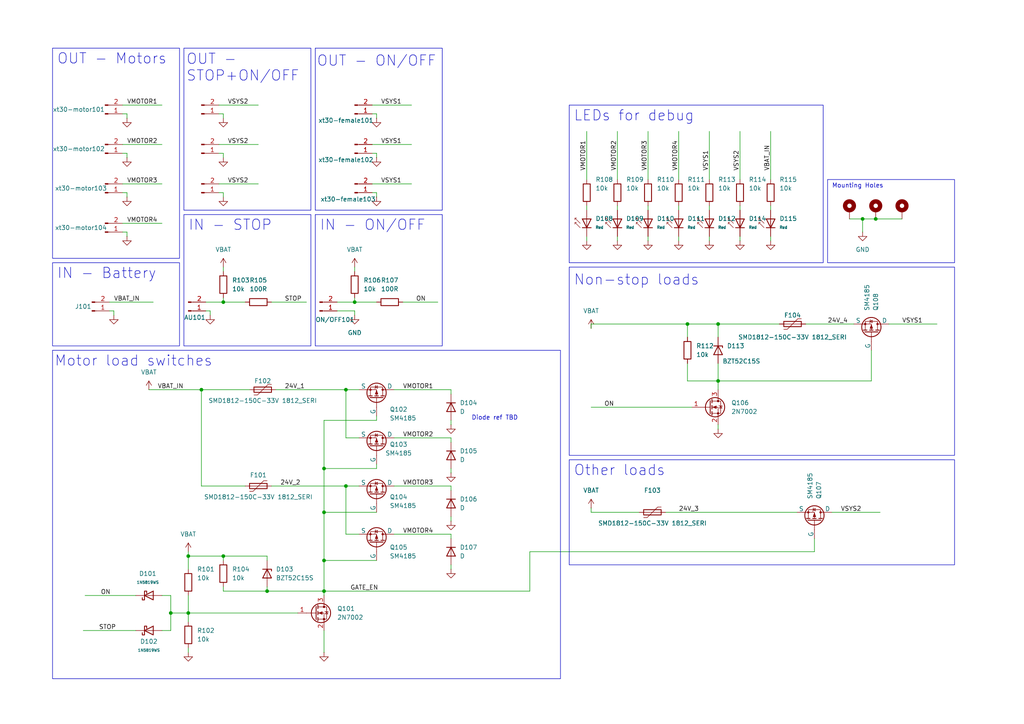
<source format=kicad_sch>
(kicad_sch (version 20250114) (generator "eeschema") (generator_version "9.0")
  (paper "A4")
  (lib_symbols
    (symbol "Connector:Conn_01x02_Pin" (pin_names (offset 1.016) (hide yes))
      (property "Reference" "J" (at 0 2.54 0))
      (property "Value" "Conn_01x02_Pin" (at 0 -5.08 0))
      (symbol "Conn_01x02_Pin_1_1"
        (pin passive line (at 5.08 0 180) (length 3.81) (name "Pin_1") (number "1"))
        (pin passive line (at 5.08 -2.54 180) (length 3.81) (name "Pin_2") (number "2"))
      )
    )
    (symbol "Device:D" (pin_numbers (hide yes)) (pin_names (offset 1.016) (hide yes))
      (property "Reference" "D" (at 0 2.54 0))
      (property "Value" "D" (at 0 -2.54 0))
      (symbol "D_1_1"
        (pin passive line (at -3.81 0 0) (length 2.54) (name "K") (number "1"))
        (pin passive line (at 3.81 0 180) (length 2.54) (name "A") (number "2"))
      )
    )
    (symbol "Device:D_Zener" (pin_numbers (hide yes)) (pin_names (offset 1.016) (hide yes))
      (property "Reference" "D" (at 0 2.54 0))
      (property "Value" "D_Zener" (at 0 -2.54 0))
      (symbol "D_Zener_1_1"
        (pin passive line (at -3.81 0 0) (length 2.54) (name "K") (number "1"))
        (pin passive line (at 3.81 0 180) (length 2.54) (name "A") (number "2"))
      )
    )
    (symbol "Device:Polyfuse" (pin_numbers (hide yes)) (pin_names (offset 0))
      (property "Reference" "F" (at -2.54 0 90))
      (property "Value" "Polyfuse" (at 2.54 0 90))
      (symbol "Polyfuse_1_1"
        (pin passive line (at 0 3.81 270) (length 1.27) (name "~") (number "1"))
        (pin passive line (at 0 -3.81 90) (length 1.27) (name "~") (number "2"))
      )
    )
    (symbol "Device:R" (pin_numbers (hide yes)) (pin_names (offset 0))
      (property "Reference" "R" (at 2.032 0 90))
      (property "Value" "R" (at 0 0 90))
      (symbol "R_1_1"
        (pin passive line (at 0 3.81 270) (length 1.27) (name "~") (number "1"))
        (pin passive line (at 0 -3.81 90) (length 1.27) (name "~") (number "2"))
      )
    )
    (symbol "Mechanical:MountingHole_Pad" (pin_numbers (hide yes)) (pin_names (offset 1.016) (hide yes)) (exclude_from_sim yes) (in_bom no)
      (property "Reference" "H" (at 0 6.35 0))
      (property "Value" "MountingHole_Pad" (at 0 4.445 0))
      (symbol "MountingHole_Pad_1_1"
        (pin input line (at 0 -2.54 90) (length 2.54) (name "1") (number "1"))
      )
    )
    (symbol "PCM_JLCPCB-Diodes:LED,0603,Red" (pin_numbers (hide yes)) (pin_names (offset 0))
      (property "Reference" "D" (at 2.032 0.834 0))
      (property "Value" "Red" (at 2.032 -1.2122 0))
      (symbol "LED,0603,Red_1_1"
        (pin passive line (at 0 3.81 270) (length 3.81) (name "~") (number "2"))
        (pin passive line (at 0 -3.81 90) (length 3.81) (name "~") (number "1"))
      )
    )
    (symbol "PCM_JLCPCB-Diodes:Schottky,1N5819WS" (pin_numbers (hide yes)) (pin_names (offset 0))
      (property "Reference" "D" (at 2.032 0.834 0))
      (property "Value" "1N5819WS" (at 2.032 -1.2122 0))
      (symbol "Schottky,1N5819WS_1_1"
        (pin passive line (at 0 3.81 270) (length 3.81) (name "~") (number "2"))
        (pin passive line (at 0 -3.81 90) (length 3.81) (name "~") (number "1"))
      )
    )
    (symbol "PMOS_1" (pin_numbers (hide yes)) (pin_names (offset 0))
      (property "Reference" "Q6" (at 6.35 1.2701 0))
      (property "Value" "SM4185" (at 6.35 -1.2699 0))
      (symbol "PMOS_1_1_1"
        (pin input line (at -5.08 0 0) (length 2.54) (name "G") (number "1"))
        (pin passive line (at 2.54 5.08 270) (length 2.54) (name "D") (number "2"))
        (pin passive line (at 2.54 -5.08 90) (length 2.54) (name "S") (number "3"))
      )
    )
    (symbol "Simulation_SPICE:PMOS" (pin_numbers (hide yes)) (pin_names (offset 0))
      (property "Reference" "Q3" (at 6.35 1.2701 0))
      (property "Value" "SM4185" (at 6.35 -1.2699 0))
      (symbol "PMOS_1_1"
        (pin input line (at -5.08 0 0) (length 2.54) (name "G") (number "1"))
        (pin passive line (at 2.54 5.08 270) (length 2.54) (name "D") (number "2"))
        (pin passive line (at 2.54 -5.08 90) (length 2.54) (name "S") (number "3"))
      )
    )
    (symbol "Transistor_FET:2N7002" (pin_names (hide yes))
      (property "Reference" "Q" (at 5.08 1.905 0))
      (property "Value" "2N7002" (at 5.08 0 0))
      (symbol "2N7002_1_1"
        (pin input line (at -5.08 0 0) (length 2.54) (name "G") (number "1"))
        (pin passive line (at 2.54 5.08 270) (length 2.54) (name "D") (number "3"))
        (pin passive line (at 2.54 -5.08 90) (length 2.54) (name "S") (number "2"))
      )
    )
    (symbol "power:GND" (power) (pin_numbers (hide yes)) (pin_names (offset 0) (hide yes))
      (property "Value" "GND" (at 0 -3.81 0))
      (symbol "GND_1_1"
        (pin power_in line (at 0 0 270) (length 0) (name "~") (number "1"))
      )
    )
    (symbol "power:VDC" (power) (pin_numbers (hide yes)) (pin_names (offset 0) (hide yes))
      (property "Value" "VDC" (at 0 3.556 0))
      (symbol "VDC_1_1"
        (pin power_in line (at 0 0 90) (length 0) (name "~") (number "1"))
      )
    )
  )
  (rectangle (start 15.24 101.6) (end 162.56 196.85))
  (rectangle (start 15.24 76.2) (end 52.07 100.33))
  (rectangle (start 165.1 77.47) (end 276.86 132.08))
  (rectangle (start 91.44 62.23) (end 128.27 100.33))
  (rectangle (start 165.1 133.35) (end 276.86 163.83))
  (rectangle (start 15.24 13.97) (end 52.07 74.93))
  (rectangle (start 91.44 13.97) (end 128.27 60.96))
  (rectangle (start 53.34 13.97) (end 90.17 60.96))
  (rectangle (start 53.34 62.23) (end 90.17 100.33))
  (rectangle (start 165.1 30.48) (end 238.76 76.2))
  (rectangle (start 240.03 52.07) (end 276.86 76.2))
  (text "OUT - \nSTOP+ON/OFF" (at 53.975 19.685 0) (effects (font (size 3 3)) (justify left)))
  (text "OUT - Motors" (at 16.51 17.145 0) (effects (font (size 3 3)) (justify left)))
  (text "OUT - ON/OFF" (at 109.22 17.78 0) (effects (font (size 3 3))))
  (text "IN - STOP" (at 54.61 65.405 0) (effects (font (size 3 3)) (justify left)))
  (text "Motor load switches" (at 38.735 104.775 0) (effects (font (size 3 3))))
  (text "IN - Battery" (at 16.51 79.375 0) (effects (font (size 3 3)) (justify left)))
  (text "LEDs for debug" (at 166.37 33.655 0) (effects (font (size 3 3)) (justify left)))
  (text "Mounting Holes" (at 241.3 53.975 0) (effects (font (size 1.27 1.27)) (justify left)))
  (text "Diode ref TBD" (at 143.51 121.285 0) (effects (font (size 1.27 1.27))))
  (text "Other loads" (at 166.37 136.525 0) (effects (font (size 3 3)) (justify left)))
  (text "IN - ON/OFF" (at 92.71 65.405 0) (effects (font (size 3 3)) (justify left)))
  (text "Non-stop loads" (at 166.37 81.28 0) (effects (font (size 3 3)) (justify left)))
  (junction (at 58.42 113.03))
  (junction (at 250.19 63.5))
  (junction (at 199.39 93.98))
  (junction (at 208.28 93.98))
  (junction (at 64.77 161.29))
  (junction (at 54.61 161.29))
  (junction (at 93.98 162.56))
  (junction (at 93.98 148.59))
  (junction (at 93.98 171.45))
  (junction (at 54.61 177.8))
  (junction (at 254 63.5))
  (junction (at 64.77 87.63))
  (junction (at 77.47 171.45))
  (junction (at 93.98 135.89))
  (junction (at 49.53 177.8))
  (junction (at 100.33 113.03))
  (junction (at 102.87 87.63))
  (junction (at 208.28 110.49))
  (junction (at 100.33 140.97))
  (wire (pts (xy 54.61 177.8) (xy 54.61 172.72)))
  (wire (pts (xy 77.47 171.45) (xy 77.47 170.18)))
  (wire (pts (xy 208.28 110.49) (xy 252.73 110.49)))
  (wire (pts (xy 107.95 53.34) (xy 119.38 53.34)))
  (wire (pts (xy 196.85 38.1) (xy 196.85 52.07)))
  (wire (pts (xy 223.52 68.58) (xy 223.52 69.85)))
  (wire (pts (xy 35.56 64.77) (xy 46.99 64.77)))
  (wire (pts (xy 171.45 93.98) (xy 171.45 95.25)))
  (wire (pts (xy 36.83 44.45) (xy 35.56 44.45)))
  (wire (pts (xy 100.33 127) (xy 100.33 113.03)))
  (wire (pts (xy 33.02 90.17) (xy 33.02 91.44)))
  (wire (pts (xy 252.73 101.6) (xy 252.73 110.49)))
  (wire (pts (xy 60.96 91.44) (xy 60.96 90.17)))
  (wire (pts (xy 130.81 140.97) (xy 130.81 142.24)))
  (wire (pts (xy 102.87 77.47) (xy 102.87 78.74)))
  (wire (pts (xy 179.07 68.58) (xy 179.07 69.85)))
  (wire (pts (xy 208.28 105.41) (xy 208.28 110.49)))
  (wire (pts (xy 171.45 148.59) (xy 185.42 148.59)))
  (wire (pts (xy 107.95 30.48) (xy 119.38 30.48)))
  (wire (pts (xy 187.96 59.69) (xy 187.96 60.96)))
  (wire (pts (xy 64.77 57.15) (xy 64.77 55.88)))
  (wire (pts (xy 130.81 127) (xy 130.81 128.27)))
  (wire (pts (xy 199.39 105.41) (xy 199.39 110.49)))
  (wire (pts (xy 24.13 182.88) (xy 39.37 182.88)))
  (wire (pts (xy 78.74 87.63) (xy 88.9 87.63)))
  (wire (pts (xy 109.22 55.88) (xy 107.95 55.88)))
  (wire (pts (xy 64.77 87.63) (xy 64.77 86.36)))
  (wire (pts (xy 24.6673 172.72) (xy 39.37 172.72)))
  (wire (pts (xy 63.5 30.48) (xy 74.93 30.48)))
  (wire (pts (xy 31.75 90.17) (xy 33.02 90.17)))
  (wire (pts (xy 77.47 161.29) (xy 77.47 162.56)))
  (wire (pts (xy 54.61 161.29) (xy 54.61 165.1)))
  (wire (pts (xy 109.22 135.89) (xy 109.22 134.62)))
  (wire (pts (xy 49.53 182.88) (xy 46.99 182.88)))
  (wire (pts (xy 58.42 140.97) (xy 58.42 113.03)))
  (wire (pts (xy 54.61 177.8) (xy 86.36 177.8)))
  (wire (pts (xy 43.18 113.03) (xy 58.42 113.03)))
  (wire (pts (xy 64.77 34.29) (xy 64.77 33.02)))
  (wire (pts (xy 199.39 93.98) (xy 199.39 97.79)))
  (wire (pts (xy 214.63 38.1) (xy 214.63 52.07)))
  (wire (pts (xy 130.81 154.94) (xy 130.81 156.21)))
  (wire (pts (xy 104.14 140.97) (xy 100.33 140.97)))
  (wire (pts (xy 36.83 57.15) (xy 36.83 55.88)))
  (wire (pts (xy 153.67 171.45) (xy 153.67 160.02)))
  (wire (pts (xy 109.22 135.89) (xy 93.98 135.89)))
  (wire (pts (xy 35.56 41.91) (xy 46.99 41.91)))
  (wire (pts (xy 64.77 44.45) (xy 63.5 44.45)))
  (wire (pts (xy 109.22 44.45) (xy 107.95 44.45)))
  (wire (pts (xy 196.85 68.58) (xy 196.85 69.85)))
  (wire (pts (xy 179.07 38.1) (xy 179.07 52.07)))
  (wire (pts (xy 35.56 30.48) (xy 46.99 30.48)))
  (wire (pts (xy 109.22 120.65) (xy 109.22 121.92)))
  (wire (pts (xy 250.19 67.31) (xy 250.19 63.5)))
  (wire (pts (xy 187.96 68.58) (xy 187.96 69.85)))
  (wire (pts (xy 114.3 127) (xy 130.81 127)))
  (wire (pts (xy 109.22 45.72) (xy 109.22 44.45)))
  (wire (pts (xy 54.61 187.96) (xy 54.61 189.23)))
  (wire (pts (xy 63.5 53.34) (xy 74.93 53.34)))
  (wire (pts (xy 78.74 140.97) (xy 100.33 140.97)))
  (wire (pts (xy 63.5 41.91) (xy 74.93 41.91)))
  (wire (pts (xy 77.47 171.45) (xy 93.98 171.45)))
  (wire (pts (xy 130.81 121.92) (xy 130.81 123.19)))
  (wire (pts (xy 104.14 154.94) (xy 100.33 154.94)))
  (wire (pts (xy 109.22 34.29) (xy 109.22 33.02)))
  (wire (pts (xy 171.45 147.32) (xy 171.45 148.59)))
  (wire (pts (xy 60.96 90.17) (xy 59.69 90.17)))
  (wire (pts (xy 193.04 148.59) (xy 231.14 148.59)))
  (wire (pts (xy 246.38 63.5) (xy 250.19 63.5)))
  (wire (pts (xy 208.28 110.49) (xy 208.28 113.03)))
  (wire (pts (xy 107.95 41.91) (xy 119.38 41.91)))
  (wire (pts (xy 109.22 162.56) (xy 93.98 162.56)))
  (wire (pts (xy 130.81 163.83) (xy 130.81 165.1)))
  (wire (pts (xy 71.12 140.97) (xy 58.42 140.97)))
  (wire (pts (xy 100.33 113.03) (xy 104.14 113.03)))
  (wire (pts (xy 114.3 113.03) (xy 130.81 113.03)))
  (wire (pts (xy 80.01 113.03) (xy 100.33 113.03)))
  (wire (pts (xy 93.98 182.88) (xy 93.98 189.23)))
  (wire (pts (xy 214.63 59.69) (xy 214.63 60.96)))
  (wire (pts (xy 64.77 77.47) (xy 64.77 78.74)))
  (wire (pts (xy 59.69 87.63) (xy 64.77 87.63)))
  (wire (pts (xy 179.07 59.69) (xy 179.07 60.96)))
  (wire (pts (xy 170.18 59.69) (xy 170.18 60.96)))
  (wire (pts (xy 64.77 171.45) (xy 77.47 171.45)))
  (wire (pts (xy 236.22 156.21) (xy 236.22 160.02)))
  (wire (pts (xy 257.81 93.98) (xy 271.78 93.98)))
  (wire (pts (xy 93.98 148.59) (xy 93.98 135.89)))
  (wire (pts (xy 205.74 38.1) (xy 205.74 52.07)))
  (wire (pts (xy 36.83 67.31) (xy 35.56 67.31)))
  (wire (pts (xy 187.96 38.1) (xy 187.96 52.07)))
  (wire (pts (xy 116.84 87.63) (xy 127 87.63)))
  (wire (pts (xy 114.3 154.94) (xy 130.81 154.94)))
  (wire (pts (xy 54.61 160.02) (xy 54.61 161.29)))
  (wire (pts (xy 36.83 33.02) (xy 35.56 33.02)))
  (wire (pts (xy 223.52 59.69) (xy 223.52 60.96)))
  (wire (pts (xy 64.77 87.63) (xy 71.12 87.63)))
  (wire (pts (xy 31.75 87.63) (xy 44.45 87.63)))
  (wire (pts (xy 93.98 148.59) (xy 93.98 162.56)))
  (wire (pts (xy 102.87 87.63) (xy 109.22 87.63)))
  (wire (pts (xy 102.87 86.36) (xy 102.87 87.63)))
  (wire (pts (xy 241.3 148.59) (xy 255.27 148.59)))
  (wire (pts (xy 97.79 87.63) (xy 102.87 87.63)))
  (wire (pts (xy 46.99 172.72) (xy 49.53 172.72)))
  (wire (pts (xy 109.22 33.02) (xy 107.95 33.02)))
  (wire (pts (xy 208.28 93.98) (xy 208.28 97.79)))
  (wire (pts (xy 49.53 177.8) (xy 49.53 182.88)))
  (wire (pts (xy 171.45 93.98) (xy 199.39 93.98)))
  (wire (pts (xy 199.39 93.98) (xy 208.28 93.98)))
  (wire (pts (xy 102.87 90.17) (xy 102.87 91.44)))
  (wire (pts (xy 208.28 93.98) (xy 226.06 93.98)))
  (wire (pts (xy 100.33 154.94) (xy 100.33 140.97)))
  (wire (pts (xy 104.14 127) (xy 100.33 127)))
  (wire (pts (xy 93.98 171.45) (xy 153.67 171.45)))
  (wire (pts (xy 205.74 68.58) (xy 205.74 69.85)))
  (wire (pts (xy 54.61 180.34) (xy 54.61 177.8)))
  (wire (pts (xy 130.81 113.03) (xy 130.81 114.3)))
  (wire (pts (xy 35.56 53.34) (xy 46.99 53.34)))
  (wire (pts (xy 36.83 55.88) (xy 35.56 55.88)))
  (wire (pts (xy 130.81 149.86) (xy 130.81 151.13)))
  (wire (pts (xy 36.83 45.72) (xy 36.83 44.45)))
  (wire (pts (xy 49.53 177.8) (xy 54.61 177.8)))
  (wire (pts (xy 250.19 63.5) (xy 254 63.5)))
  (wire (pts (xy 171.45 118.11) (xy 200.66 118.11)))
  (wire (pts (xy 64.77 45.72) (xy 64.77 44.45)))
  (wire (pts (xy 109.22 148.59) (xy 93.98 148.59)))
  (wire (pts (xy 153.67 160.02) (xy 236.22 160.02)))
  (wire (pts (xy 205.74 59.69) (xy 205.74 60.96)))
  (wire (pts (xy 58.42 113.03) (xy 72.39 113.03)))
  (wire (pts (xy 49.53 172.72) (xy 49.53 177.8)))
  (wire (pts (xy 170.18 38.1) (xy 170.18 52.07)))
  (wire (pts (xy 64.77 33.02) (xy 63.5 33.02)))
  (wire (pts (xy 170.18 68.58) (xy 170.18 69.85)))
  (wire (pts (xy 93.98 121.92) (xy 109.22 121.92)))
  (wire (pts (xy 93.98 171.45) (xy 93.98 172.72)))
  (wire (pts (xy 93.98 162.56) (xy 93.98 171.45)))
  (wire (pts (xy 233.68 93.98) (xy 247.65 93.98)))
  (wire (pts (xy 130.81 135.89) (xy 130.81 137.16)))
  (wire (pts (xy 64.77 170.18) (xy 64.77 171.45)))
  (wire (pts (xy 102.87 90.17) (xy 97.79 90.17)))
  (wire (pts (xy 36.83 68.58) (xy 36.83 67.31)))
  (wire (pts (xy 64.77 55.88) (xy 63.5 55.88)))
  (wire (pts (xy 208.28 123.19) (xy 208.28 124.46)))
  (wire (pts (xy 54.61 161.29) (xy 64.77 161.29)))
  (wire (pts (xy 214.63 68.58) (xy 214.63 69.85)))
  (wire (pts (xy 199.39 110.49) (xy 208.28 110.49)))
  (wire (pts (xy 36.83 34.29) (xy 36.83 33.02)))
  (wire (pts (xy 109.22 57.15) (xy 109.22 55.88)))
  (wire (pts (xy 93.98 121.92) (xy 93.98 135.89)))
  (wire (pts (xy 64.77 162.56) (xy 64.77 161.29)))
  (wire (pts (xy 64.77 161.29) (xy 77.47 161.29)))
  (wire (pts (xy 114.3 140.97) (xy 130.81 140.97)))
  (wire (pts (xy 223.52 38.1) (xy 223.52 52.07)))
  (wire (pts (xy 254 63.5) (xy 261.62 63.5)))
  (wire (pts (xy 196.85 59.69) (xy 196.85 60.96)))
  (label "STOP" (at 82.55 87.63 0))
  (label "24V_4" (at 240.03 93.98 0))
  (label "ON" (at 175.26 118.11 0))
  (label "VMOTOR3" (at 36.83 53.34 0))
  (label "VSYS1" (at 110.49 41.91 0))
  (label "VMOTOR2" (at 179.07 49.53 90))
  (label "24V_3" (at 196.85 148.59 0))
  (label "24V_1" (at 82.55 113.03 0))
  (label "VSYS1" (at 110.49 53.34 0))
  (label "VMOTOR2" (at 36.83 41.91 0))
  (label "VMOTOR1" (at 116.84 113.03 0))
  (label "VBAT_IN" (at 45.72 113.03 0))
  (label "VMOTOR1" (at 170.18 49.53 90))
  (label "VMOTOR1" (at 36.83 30.48 0))
  (label "GATE_EN" (at 101.6 171.45 0))
  (label "VSYS1" (at 110.49 30.48 0))
  (label "VBAT_IN" (at 33.02 87.63 0))
  (label "VMOTOR3" (at 187.96 49.53 90))
  (label "ON" (at 120.65 87.63 0))
  (label "VSYS2" (at 66.04 53.34 0))
  (label "VMOTOR4" (at 116.84 154.94 0))
  (label "VSYS2" (at 66.04 30.48 0))
  (label "VMOTOR2" (at 116.84 127 0))
  (label "VSYS1" (at 261.62 93.98 0))
  (label "VSYS2" (at 243.84 148.59 0))
  (label "VBAT_IN" (at 223.52 49.53 90))
  (label "VMOTOR4" (at 196.85 49.53 90))
  (label "VMOTOR4" (at 36.83 64.77 0))
  (label "ON" (at 29.21 172.72 0))
  (label "STOP" (at 28.6727 182.88 0))
  (label "VSYS2" (at 214.63 49.53 90))
  (label "VSYS1" (at 205.74 49.53 90))
  (label "VSYS2" (at 66.04 41.91 0))
  (label "VMOTOR3" (at 116.84 140.97 0))
  (label "24V_2" (at 81.28 140.97 0))
  (symbol (lib_id "Connector:Conn_01x02_Pin") (at 102.87 55.88 0) (mirror x) (unit 1)
    (property "Reference" "xt30-female103" (at 100.965 57.785 0))
    (property "Value" "Conn_01x02_Pin" (effects (hide yes)))
    (property "Footprint" "Connector_AMASS:AMASS_XT30U-F_1x02_P5.0mm_Vertical" (effects (hide yes)))
    (property "Description" "Generic connector, single row, 01x02, script generated" (effects (hide yes)))
  )
  (symbol (lib_id "Device:R") (at 74.93 87.63 270) (unit 1)
    (property "Reference" "R105" (at 74.93 81.28 90))
    (property "Value" "100R" (at 74.93 83.82 90))
    (property "Footprint" "Resistor_SMD:R_0805_2012Metric_Pad1.20x1.40mm_HandSolder" (effects (hide yes)))
    (property "Description" "Resistor" (effects (hide yes)))
  )
  (symbol (lib_id "Device:D") (at 130.81 160.02 270) (unit 1)
    (property "Reference" "D107" (at 133.35 158.7499 90) (effects (justify left)))
    (property "Value" "D" (at 133.35 161.2899 90) (effects (justify left)))
    (property "Footprint" "Diode_SMD:D_SMA" (effects (hide yes)))
    (property "Description" "Diode" (effects (hide yes)))
    (property "Sim.Device" "D" (effects (hide yes)))
    (property "Sim.Pins" "1=K 2=A" (effects (hide yes)))
  )
  (symbol (lib_id "power:GND") (at 60.96 91.44 0) (unit 1)
    (property "Reference" "#PWR0109" (effects (hide yes)))
    (property "Value" "GND" (effects (hide yes)))
    (property "Description" "Power symbol creates a global label with name \"GND\" , ground" (effects (hide yes)))
  )
  (symbol (lib_id "power:GND") (at 36.83 45.72 0) (unit 1)
    (property "Reference" "#PWR0103" (effects (hide yes)))
    (property "Value" "GND" (effects (hide yes)))
    (property "Description" "Power symbol creates a global label with name \"GND\" , ground" (effects (hide yes)))
  )
  (symbol (lib_id "PCM_JLCPCB-Diodes:Schottky,1N5819WS") (at 43.18 172.72 270) (unit 1)
    (property "Reference" "D101" (at 42.8625 166.37 90))
    (property "Value" "1N5819WS" (at 42.8625 168.91 90) (effects (font (size 0.8 0.8))))
    (property "Footprint" "PCM_JLCPCB:D_SOD-323" (effects (hide yes)))
    (property "Datasheet" "https://www.lcsc.com/datasheet/lcsc_datasheet_2409300937_Guangdong-Hottech-1N5819WS_C191023.pdf" (effects (hide yes)))
    (property "Description" "40V 600mV@1A 1A SOD-323 Schottky Diodes ROHS" (effects (hide yes)))
    (property "LCSC" "C191023" (effects (hide yes)))
    (property "Stock" "1836556" (effects (hide yes)))
    (property "Price" "0.013USD" (effects (hide yes)))
    (property "Process" "SMT" (effects (hide yes)))
    (property "Minimum Qty" "20" (effects (hide yes)))
    (property "Attrition Qty" "10" (effects (hide yes)))
    (property "Class" "Basic Component" (effects (hide yes)))
    (property "Category" "Diodes,Schottky Barrier Diodes (SBD)" (effects (hide yes)))
    (property "Manufacturer" "Guangdong Hottech" (effects (hide yes)))
    (property "Part" "1N5819WS" (effects (hide yes)))
    (property "Rectified Current" "1A" (effects (hide yes)))
    (property "Forward Voltage (Vf@If)" "600mV@1A" (effects (hide yes)))
    (property "Reverse Voltage (Vr)" "40V" (effects (hide yes)))
  )
  (symbol (lib_id "Device:Polyfuse") (at 229.87 93.98 90) (unit 1)
    (property "Reference" "F104" (at 229.87 91.44 90))
    (property "Value" "SMD1812-150C-33V 1812_SERI" (at 229.87 97.79 90))
    (property "Footprint" "Fuse:Fuse_Bourns_MF-SM_7.98x5.44mm" (effects (hide yes)))
    (property "Datasheet" " SMD1812-150C-33V 1812_SERI" (effects (hide yes)))
    (property "Description" "Resettable fuse, polymeric positive temperature coefficient" (effects (hide yes)))
  )
  (symbol (lib_id "power:GND") (at 54.61 189.23 0) (unit 1)
    (property "Reference" "#PWR0108" (effects (hide yes)))
    (property "Value" "GND" (effects (hide yes)))
    (property "Description" "Power symbol creates a global label with name \"GND\" , ground" (effects (hide yes)))
  )
  (symbol (lib_id "power:VDC") (at 102.87 77.47 0) (unit 1)
    (property "Reference" "#PWR0115" (effects (hide yes)))
    (property "Value" "VBAT" (at 102.87 72.39 0))
    (property "Description" "Power symbol creates a global label with name \"VDC\"" (effects (hide yes)))
  )
  (symbol (lib_id "Connector:Conn_01x02_Pin") (at 54.61 90.17 0) (mirror x) (unit 1)
    (property "Reference" "AU101" (at 56.515 92.075 0))
    (property "Value" "Conn_01x02_Pin" (effects (hide yes)))
    (property "Footprint" "Connector_JST:JST_XH_B2B-XH-AM_1x02_P2.50mm_Vertical" (effects (hide yes)))
    (property "Description" "Generic connector, single row, 01x02, script generated" (effects (hide yes)))
  )
  (symbol (lib_id "power:GND") (at 36.83 68.58 0) (unit 1)
    (property "Reference" "#PWR0105" (effects (hide yes)))
    (property "Value" "GND" (effects (hide yes)))
    (property "Description" "Power symbol creates a global label with name \"GND\" , ground" (effects (hide yes)))
  )
  (symbol (lib_id "PCM_JLCPCB-Diodes:LED,0603,Red") (at 214.63 64.77 0) (unit 1)
    (property "Reference" "D114" (at 217.17 63.4046 0) (effects (justify left)))
    (property "Value" "Red" (at 217.17 65.9447 0) (effects (font (size 0.8 0.8)) (justify left)))
    (property "Footprint" "PCM_JLCPCB:D_0603" (effects (hide yes)))
    (property "Datasheet" "https://www.lcsc.com/datasheet/lcsc_datasheet_1810231112_Hubei-KENTO-Elec-KT-0603R_C2286.pdf" (effects (hide yes)))
    (property "Description" "-40°C~+85°C Red 0603 LED Indication - Discrete ROHS" (effects (hide yes)))
    (property "LCSC" "C2286" (effects (hide yes)))
    (property "Stock" "5373336" (effects (hide yes)))
    (property "Price" "0.009USD" (effects (hide yes)))
    (property "Process" "SMT" (effects (hide yes)))
    (property "Minimum Qty" "20" (effects (hide yes)))
    (property "Attrition Qty" "10" (effects (hide yes)))
    (property "Class" "Basic Component" (effects (hide yes)))
    (property "Category" "Optocouplers & LEDs & Infrared,Light Emitting Diodes (LED)" (effects (hide yes)))
    (property "Manufacturer" "Hubei KENTO Elec" (effects (hide yes)))
    (property "Part" "KT-0603R" (effects (hide yes)))
  )
  (symbol (lib_id "Connector:Conn_01x02_Pin") (at 58.42 44.45 0) (mirror x) (unit 1)
    (property "Reference" "xt30-motor106" (effects (hide yes)))
    (property "Value" "Conn_01x02_Pin" (effects (hide yes)))
    (property "Footprint" "Connector_AMASS:AMASS_XT30U-F_1x02_P5.0mm_Vertical" (effects (hide yes)))
    (property "Description" "Generic connector, single row, 01x02, script generated" (effects (hide yes)))
  )
  (symbol (lib_id "Device:R") (at 199.39 101.6 0) (unit 1)
    (property "Reference" "R112" (at 201.93 100.3299 0) (effects (justify left)))
    (property "Value" "10k" (at 201.93 102.8699 0) (effects (justify left)))
    (property "Footprint" "Resistor_SMD:R_0805_2012Metric_Pad1.20x1.40mm_HandSolder" (effects (hide yes)))
    (property "Description" "Resistor" (effects (hide yes)))
  )
  (symbol (lib_id "PCM_JLCPCB-Diodes:LED,0603,Red") (at 196.85 64.77 0) (unit 1)
    (property "Reference" "D111" (at 199.39 63.4046 0) (effects (justify left)))
    (property "Value" "Red" (at 199.39 65.9447 0) (effects (font (size 0.8 0.8)) (justify left)))
    (property "Footprint" "PCM_JLCPCB:D_0603" (effects (hide yes)))
    (property "Datasheet" "https://www.lcsc.com/datasheet/lcsc_datasheet_1810231112_Hubei-KENTO-Elec-KT-0603R_C2286.pdf" (effects (hide yes)))
    (property "Description" "-40°C~+85°C Red 0603 LED Indication - Discrete ROHS" (effects (hide yes)))
    (property "LCSC" "C2286" (effects (hide yes)))
    (property "Stock" "5373336" (effects (hide yes)))
    (property "Price" "0.009USD" (effects (hide yes)))
    (property "Process" "SMT" (effects (hide yes)))
    (property "Minimum Qty" "20" (effects (hide yes)))
    (property "Attrition Qty" "10" (effects (hide yes)))
    (property "Class" "Basic Component" (effects (hide yes)))
    (property "Category" "Optocouplers & LEDs & Infrared,Light Emitting Diodes (LED)" (effects (hide yes)))
    (property "Manufacturer" "Hubei KENTO Elec" (effects (hide yes)))
    (property "Part" "KT-0603R" (effects (hide yes)))
  )
  (symbol (lib_id "power:GND") (at 64.77 45.72 0) (unit 1)
    (property "Reference" "#PWR0111" (effects (hide yes)))
    (property "Value" "GND" (effects (hide yes)))
    (property "Description" "Power symbol creates a global label with name \"GND\" , ground" (effects (hide yes)))
  )
  (symbol (lib_id "power:GND") (at 187.96 69.85 0) (unit 1)
    (property "Reference" "#PWR0128" (effects (hide yes)))
    (property "Value" "GND" (effects (hide yes)))
    (property "Description" "Power symbol creates a global label with name \"GND\" , ground" (effects (hide yes)))
  )
  (symbol (lib_id "power:GND") (at 130.81 165.1 0) (unit 1)
    (property "Reference" "#PWR0123" (effects (hide yes)))
    (property "Value" "GND" (effects (hide yes)))
    (property "Description" "Power symbol creates a global label with name \"GND\" , ground" (effects (hide yes)))
  )
  (symbol (lib_id "Device:R") (at 196.85 55.88 0) (unit 1)
    (property "Reference" "R111" (at 199.39 52.0699 0) (effects (justify left)))
    (property "Value" "10k" (at 199.39 54.6099 0) (effects (justify left)))
    (property "Footprint" "Resistor_SMD:R_0805_2012Metric_Pad1.20x1.40mm_HandSolder" (effects (hide yes)))
    (property "Description" "Resistor" (effects (hide yes)))
  )
  (symbol (lib_id "Device:R") (at 179.07 55.88 0) (unit 1)
    (property "Reference" "R109" (at 181.61 52.0699 0) (effects (justify left)))
    (property "Value" "10k" (at 181.61 54.6099 0) (effects (justify left)))
    (property "Footprint" "Resistor_SMD:R_0805_2012Metric_Pad1.20x1.40mm_HandSolder" (effects (hide yes)))
    (property "Description" "Resistor" (effects (hide yes)))
  )
  (symbol (lib_id "Mechanical:MountingHole_Pad") (at 246.38 60.96 0) (unit 1) (exclude_from_sim yes) (in_bom no)
    (property "Reference" "H101" (effects (hide yes)))
    (property "Value" "MountingHole_Pad" (effects (hide yes)))
    (property "Footprint" "MountingHole:MountingHole_3.2mm_M3_DIN965_Pad" (effects (hide yes)))
    (property "Description" "Mounting Hole with connection" (effects (hide yes)))
  )
  (symbol (lib_id "Simulation_SPICE:PMOS") (at 109.22 129.54 270) (mirror x) (unit 1)
    (property "Reference" "Q103" (at 113.03 128.905 90) (effects (justify left)))
    (property "Value" "SM4185" (at 111.76 131.445 90) (effects (justify left)))
    (property "Footprint" "Package_TO_SOT_SMD:TO-252-2" (effects (hide yes)))
    (property "Datasheet" "https://ngspice.sourceforge.io/docs/ngspice-html-manual/manual.xhtml#cha_MOSFETs" (effects (hide yes)))
    (property "Description" "P-MOSFET transistor, drain/source/gate" (effects (hide yes)))
    (property "Sim.Device" "PMOS" (effects (hide yes)))
    (property "Sim.Type" "VDMOS" (effects (hide yes)))
    (property "Sim.Pins" "2=D 1=G 3=S" (effects (hide yes)))
  )
  (symbol (lib_id "Connector:Conn_01x02_Pin") (at 30.48 44.45 0) (mirror x) (unit 1)
    (property "Reference" "xt30-motor102" (at 22.86 43.18 0))
    (property "Value" "Conn_01x02_Pin" (effects (hide yes)))
    (property "Footprint" "Connector_AMASS:AMASS_XT30U-F_1x02_P5.0mm_Vertical" (effects (hide yes)))
    (property "Description" "Generic connector, single row, 01x02, script generated" (effects (hide yes)))
  )
  (symbol (lib_id "Device:R") (at 102.87 82.55 0) (unit 1)
    (property "Reference" "R106" (at 105.41 81.2799 0) (effects (justify left)))
    (property "Value" "10k" (at 105.41 83.8199 0) (effects (justify left)))
    (property "Footprint" "Resistor_SMD:R_0805_2012Metric_Pad1.20x1.40mm_HandSolder" (effects (hide yes)))
    (property "Description" "Resistor" (effects (hide yes)))
  )
  (symbol (lib_id "Device:R") (at 64.77 82.55 0) (unit 1)
    (property "Reference" "R103" (at 67.31 81.2799 0) (effects (justify left)))
    (property "Value" "10k" (at 67.31 83.8199 0) (effects (justify left)))
    (property "Footprint" "Resistor_SMD:R_0805_2012Metric_Pad1.20x1.40mm_HandSolder" (effects (hide yes)))
    (property "Description" "Resistor" (effects (hide yes)))
  )
  (symbol (lib_id "Device:R") (at 54.61 168.91 0) (unit 1)
    (property "Reference" "R101" (at 57.15 165.0999 0) (effects (justify left)))
    (property "Value" "10k" (at 57.15 167.6399 0) (effects (justify left)))
    (property "Footprint" "Resistor_SMD:R_0805_2012Metric_Pad1.20x1.40mm_HandSolder" (effects (hide yes)))
    (property "Description" "Resistor" (effects (hide yes)))
  )
  (symbol (lib_id "power:GND") (at 130.81 151.13 0) (unit 1)
    (property "Reference" "#PWR0122" (effects (hide yes)))
    (property "Value" "GND" (effects (hide yes)))
    (property "Description" "Power symbol creates a global label with name \"GND\" , ground" (effects (hide yes)))
  )
  (symbol (lib_id "Device:R") (at 223.52 55.88 0) (unit 1)
    (property "Reference" "R115" (at 226.06 52.0699 0) (effects (justify left)))
    (property "Value" "10k" (at 226.06 54.6099 0) (effects (justify left)))
    (property "Footprint" "Resistor_SMD:R_0805_2012Metric_Pad1.20x1.40mm_HandSolder" (effects (hide yes)))
    (property "Description" "Resistor" (effects (hide yes)))
  )
  (symbol (lib_id "power:VDC") (at 54.61 160.02 0) (unit 1)
    (property "Reference" "#PWR0107" (effects (hide yes)))
    (property "Value" "VBAT" (at 54.61 154.94 0))
    (property "Description" "Power symbol creates a global label with name \"VDC\"" (effects (hide yes)))
  )
  (symbol (lib_id "power:GND") (at 109.22 34.29 0) (unit 1)
    (property "Reference" "#PWR0117" (effects (hide yes)))
    (property "Value" "GND" (effects (hide yes)))
    (property "Description" "Power symbol creates a global label with name \"GND\" , ground" (effects (hide yes)))
  )
  (symbol (lib_id "power:GND") (at 205.74 69.85 0) (unit 1)
    (property "Reference" "#PWR0130" (effects (hide yes)))
    (property "Value" "GND" (effects (hide yes)))
    (property "Description" "Power symbol creates a global label with name \"GND\" , ground" (effects (hide yes)))
  )
  (symbol (lib_id "power:VDC") (at 64.77 77.47 0) (unit 1)
    (property "Reference" "#PWR0113" (effects (hide yes)))
    (property "Value" "VBAT" (at 64.77 72.39 0))
    (property "Description" "Power symbol creates a global label with name \"VDC\"" (effects (hide yes)))
  )
  (symbol (lib_id "Simulation_SPICE:PMOS") (at 109.22 157.48 270) (mirror x) (unit 1)
    (property "Reference" "Q105" (at 113.03 158.75 90) (effects (justify left)))
    (property "Value" "SM4185" (at 113.03 161.29 90) (effects (justify left)))
    (property "Footprint" "Package_TO_SOT_SMD:TO-252-2" (effects (hide yes)))
    (property "Datasheet" "https://ngspice.sourceforge.io/docs/ngspice-html-manual/manual.xhtml#cha_MOSFETs" (effects (hide yes)))
    (property "Description" "P-MOSFET transistor, drain/source/gate" (effects (hide yes)))
    (property "Sim.Device" "PMOS" (effects (hide yes)))
    (property "Sim.Type" "VDMOS" (effects (hide yes)))
    (property "Sim.Pins" "2=D 1=G 3=S" (effects (hide yes)))
  )
  (symbol (lib_id "power:GND") (at 179.07 69.85 0) (unit 1)
    (property "Reference" "#PWR0127" (effects (hide yes)))
    (property "Value" "GND" (effects (hide yes)))
    (property "Description" "Power symbol creates a global label with name \"GND\" , ground" (effects (hide yes)))
  )
  (symbol (lib_id "Mechanical:MountingHole_Pad") (at 261.62 60.96 0) (unit 1) (exclude_from_sim yes) (in_bom no)
    (property "Reference" "H103" (effects (hide yes)))
    (property "Value" "MountingHole_Pad" (effects (hide yes)))
    (property "Footprint" "MountingHole:MountingHole_3.2mm_M3_DIN965_Pad" (effects (hide yes)))
    (property "Description" "Mounting Hole with connection" (effects (hide yes)))
  )
  (symbol (lib_id "power:GND") (at 64.77 34.29 0) (unit 1)
    (property "Reference" "#PWR0110" (effects (hide yes)))
    (property "Value" "GND" (effects (hide yes)))
    (property "Description" "Power symbol creates a global label with name \"GND\" , ground" (effects (hide yes)))
  )
  (symbol (lib_id "power:GND") (at 36.83 57.15 0) (unit 1)
    (property "Reference" "#PWR0104" (effects (hide yes)))
    (property "Value" "GND" (effects (hide yes)))
    (property "Description" "Power symbol creates a global label with name \"GND\" , ground" (effects (hide yes)))
  )
  (symbol (lib_id "power:VDC") (at 43.18 113.03 0) (unit 1)
    (property "Reference" "#PWR0106" (effects (hide yes)))
    (property "Value" "VBAT" (at 43.18 107.95 0))
    (property "Description" "Power symbol creates a global label with name \"VDC\"" (effects (hide yes)))
  )
  (symbol (lib_id "Device:Polyfuse") (at 76.2 113.03 90) (unit 1)
    (property "Reference" "F102" (at 76.2 110.49 90))
    (property "Value" "SMD1812-150C-33V 1812_SERI" (at 76.2 116.205 90))
    (property "Footprint" "Fuse:Fuse_Bourns_MF-SM_7.98x5.44mm" (effects (hide yes)))
    (property "Datasheet" " SMD1812-150C-33V 1812_SERI" (effects (hide yes)))
    (property "Description" "Resettable fuse, polymeric positive temperature coefficient" (effects (hide yes)))
  )
  (symbol (lib_id "Transistor_FET:2N7002") (at 205.74 118.11 0) (unit 1)
    (property "Reference" "Q106" (at 212.09 116.8399 0) (effects (justify left)))
    (property "Value" "2N7002" (at 212.09 119.3799 0) (effects (justify left)))
    (property "Footprint" "Package_TO_SOT_SMD:SOT-23" (effects (hide yes)))
    (property "Datasheet" "https://www.onsemi.com/pub/Collateral/NDS7002A-D.PDF" (effects (hide yes)))
    (property "Description" "0.115A Id, 60V Vds, N-Channel MOSFET, SOT-23" (effects (hide yes)))
  )
  (symbol (lib_id "Device:R") (at 64.77 166.37 0) (unit 1)
    (property "Reference" "R104" (at 67.31 165.1 0) (effects (justify left)))
    (property "Value" "10k" (at 67.31 167.64 0) (effects (justify left)))
    (property "Footprint" "Resistor_SMD:R_0805_2012Metric_Pad1.20x1.40mm_HandSolder" (effects (hide yes)))
    (property "Description" "Resistor" (effects (hide yes)))
  )
  (symbol (lib_id "Device:R") (at 54.61 184.15 0) (unit 1)
    (property "Reference" "R102" (at 57.15 182.8799 0) (effects (justify left)))
    (property "Value" "10k" (at 57.15 185.4199 0) (effects (justify left)))
    (property "Footprint" "Resistor_SMD:R_0805_2012Metric_Pad1.20x1.40mm_HandSolder" (effects (hide yes)))
    (property "Description" "Resistor" (effects (hide yes)))
  )
  (symbol (lib_id "Device:D") (at 130.81 132.08 270) (unit 1)
    (property "Reference" "D105" (at 133.35 130.8099 90) (effects (justify left)))
    (property "Value" "D" (at 133.35 133.3499 90) (effects (justify left)))
    (property "Footprint" "Diode_SMD:D_SMA" (effects (hide yes)))
    (property "Description" "Diode" (effects (hide yes)))
    (property "Sim.Device" "D" (effects (hide yes)))
    (property "Sim.Pins" "1=K 2=A" (effects (hide yes)))
  )
  (symbol (lib_id "Simulation_SPICE:PMOS") (at 236.22 151.13 270) (mirror x) (unit 1)
    (property "Reference" "Q107" (at 237.4901 144.78 0) (effects (justify left)))
    (property "Value" "SM4185" (at 234.9501 144.78 0) (effects (justify left)))
    (property "Footprint" "Package_TO_SOT_SMD:TO-252-2" (effects (hide yes)))
    (property "Datasheet" "https://ngspice.sourceforge.io/docs/ngspice-html-manual/manual.xhtml#cha_MOSFETs" (effects (hide yes)))
    (property "Description" "P-MOSFET transistor, drain/source/gate" (effects (hide yes)))
    (property "Sim.Device" "PMOS" (effects (hide yes)))
    (property "Sim.Type" "VDMOS" (effects (hide yes)))
    (property "Sim.Pins" "2=D 1=G 3=S" (effects (hide yes)))
  )
  (symbol (lib_id "Transistor_FET:2N7002") (at 91.44 177.8 0) (unit 1)
    (property "Reference" "Q101" (at 97.79 176.5299 0) (effects (justify left)))
    (property "Value" "2N7002" (at 97.79 179.0699 0) (effects (justify left)))
    (property "Footprint" "Package_TO_SOT_SMD:SOT-23" (effects (hide yes)))
    (property "Datasheet" "https://www.onsemi.com/pub/Collateral/NDS7002A-D.PDF" (effects (hide yes)))
    (property "Description" "0.115A Id, 60V Vds, N-Channel MOSFET, SOT-23" (effects (hide yes)))
  )
  (symbol (lib_id "power:VDC") (at 171.45 147.32 0) (unit 1)
    (property "Reference" "#PWR0126" (effects (hide yes)))
    (property "Value" "VBAT" (at 171.45 142.24 0))
    (property "Description" "Power symbol creates a global label with name \"VDC\"" (effects (hide yes)))
  )
  (symbol (lib_id "power:GND") (at 250.19 67.31 0) (unit 1)
    (property "Reference" "#PWR0134" (effects (hide yes)))
    (property "Value" "GND" (at 250.19 72.39 0))
    (property "Description" "Power symbol creates a global label with name \"GND\" , ground" (effects (hide yes)))
  )
  (symbol (lib_id "Connector:Conn_01x02_Pin") (at 102.87 33.02 0) (mirror x) (unit 1)
    (property "Reference" "xt30-female101" (at 100.33 34.925 0))
    (property "Value" "Conn_01x02_Pin" (effects (hide yes)))
    (property "Footprint" "Connector_AMASS:AMASS_XT30U-F_1x02_P5.0mm_Vertical" (effects (hide yes)))
    (property "Description" "Generic connector, single row, 01x02, script generated" (effects (hide yes)))
  )
  (symbol (lib_id "Connector:Conn_01x02_Pin") (at 58.42 55.88 0) (mirror x) (unit 1)
    (property "Reference" "xt30-motor107" (effects (hide yes)))
    (property "Value" "Conn_01x02_Pin" (effects (hide yes)))
    (property "Footprint" "Connector_AMASS:AMASS_XT30U-F_1x02_P5.0mm_Vertical" (effects (hide yes)))
    (property "Description" "Generic connector, single row, 01x02, script generated" (effects (hide yes)))
  )
  (symbol (lib_id "power:GND") (at 109.22 57.15 0) (unit 1)
    (property "Reference" "#PWR0119" (effects (hide yes)))
    (property "Value" "GND" (effects (hide yes)))
    (property "Description" "Power symbol creates a global label with name \"GND\" , ground" (effects (hide yes)))
  )
  (symbol (lib_id "Connector:Conn_01x02_Pin") (at 102.87 44.45 0) (mirror x) (unit 1)
    (property "Reference" "xt30-female102" (at 100.33 46.355 0))
    (property "Value" "Conn_01x02_Pin" (effects (hide yes)))
    (property "Footprint" "Connector_AMASS:AMASS_XT30U-F_1x02_P5.0mm_Vertical" (effects (hide yes)))
    (property "Description" "Generic connector, single row, 01x02, script generated" (effects (hide yes)))
  )
  (symbol (lib_id "power:GND") (at 170.18 69.85 0) (unit 1)
    (property "Reference" "#PWR0124" (effects (hide yes)))
    (property "Value" "GND" (effects (hide yes)))
    (property "Description" "Power symbol creates a global label with name \"GND\" , ground" (effects (hide yes)))
  )
  (symbol (lib_id "power:GND") (at 130.81 123.19 0) (unit 1)
    (property "Reference" "#PWR0120" (effects (hide yes)))
    (property "Value" "GND" (effects (hide yes)))
    (property "Description" "Power symbol creates a global label with name \"GND\" , ground" (effects (hide yes)))
  )
  (symbol (lib_id "power:GND") (at 102.87 91.44 0) (unit 1)
    (property "Reference" "#PWR0116" (effects (hide yes)))
    (property "Value" "GND" (at 102.87 96.52 0))
    (property "Description" "Power symbol creates a global label with name \"GND\" , ground" (effects (hide yes)))
  )
  (symbol (lib_id "Device:R") (at 113.03 87.63 270) (unit 1)
    (property "Reference" "R107" (at 113.03 81.28 90))
    (property "Value" "100R" (at 113.03 83.82 90))
    (property "Footprint" "Resistor_SMD:R_0805_2012Metric_Pad1.20x1.40mm_HandSolder" (effects (hide yes)))
    (property "Description" "Resistor" (effects (hide yes)))
  )
  (symbol (lib_id "Mechanical:MountingHole_Pad") (at 254 60.96 0) (unit 1) (exclude_from_sim yes) (in_bom no)
    (property "Reference" "H102" (effects (hide yes)))
    (property "Value" "MountingHole_Pad" (effects (hide yes)))
    (property "Footprint" "MountingHole:MountingHole_3.2mm_M3_DIN965_Pad" (effects (hide yes)))
    (property "Description" "Mounting Hole with connection" (effects (hide yes)))
  )
  (symbol (lib_id "power:GND") (at 36.83 34.29 0) (unit 1)
    (property "Reference" "#PWR0102" (effects (hide yes)))
    (property "Value" "GND" (effects (hide yes)))
    (property "Description" "Power symbol creates a global label with name \"GND\" , ground" (effects (hide yes)))
  )
  (symbol (lib_id "Connector:Conn_01x02_Pin") (at 92.71 90.17 0) (mirror x) (unit 1)
    (property "Reference" "ON/OFF101" (at 97.155 92.71 0))
    (property "Value" "Conn_01x02_Pin" (effects (hide yes)))
    (property "Footprint" "Connector_JST:JST_XH_B2B-XH-AM_1x02_P2.50mm_Vertical" (effects (hide yes)))
    (property "Description" "Generic connector, single row, 01x02, script generated" (effects (hide yes)))
  )
  (symbol (lib_id "power:GND") (at 208.28 124.46 0) (unit 1)
    (property "Reference" "#PWR0131" (effects (hide yes)))
    (property "Value" "GND" (effects (hide yes)))
    (property "Description" "Power symbol creates a global label with name \"GND\" , ground" (effects (hide yes)))
  )
  (symbol (lib_id "Device:D_Zener") (at 77.47 166.37 270) (unit 1)
    (property "Reference" "D103" (at 80.01 165.0999 90) (effects (justify left)))
    (property "Value" "BZT52C15S" (at 80.01 167.6399 90) (effects (justify left)))
    (property "Footprint" "Diode_SMD:D_SOD-323" (effects (hide yes)))
  )
  (symbol (lib_id "Device:Polyfuse") (at 189.23 148.59 90) (unit 1)
    (property "Reference" "F103" (at 189.23 142.24 90))
    (property "Value" "SMD1812-150C-33V 1812_SERI" (at 189.23 151.765 90))
    (property "Footprint" "Fuse:Fuse_Bourns_MF-SM_7.98x5.44mm" (effects (hide yes)))
    (property "Description" "Resettable fuse, polymeric positive temperature coefficient" (effects (hide yes)))
  )
  (symbol (lib_id "power:GND") (at 214.63 69.85 0) (unit 1)
    (property "Reference" "#PWR0132" (effects (hide yes)))
    (property "Value" "GND" (effects (hide yes)))
    (property "Description" "Power symbol creates a global label with name \"GND\" , ground" (effects (hide yes)))
  )
  (symbol (lib_id "power:VDC") (at 171.45 95.25 0) (unit 1)
    (property "Reference" "#PWR0125" (effects (hide yes)))
    (property "Value" "VBAT" (at 171.45 90.17 0))
    (property "Description" "Power symbol creates a global label with name \"VDC\"" (effects (hide yes)))
  )
  (symbol (lib_id "Device:D_Zener") (at 208.28 101.6 270) (unit 1)
    (property "Reference" "D113" (at 210.82 100.3299 90) (effects (justify left)))
    (property "Value" "BZT52C15S" (at 209.55 104.775 90) (effects (justify left)))
    (property "Footprint" "Diode_SMD:D_SOD-323" (effects (hide yes)))
  )
  (symbol (lib_id "Device:D") (at 130.81 118.11 270) (unit 1)
    (property "Reference" "D104" (at 133.35 116.8399 90) (effects (justify left)))
    (property "Value" "D" (at 133.35 119.3799 90) (effects (justify left)))
    (property "Footprint" "Diode_SMD:D_SMA" (effects (hide yes)))
    (property "Description" "Diode" (effects (hide yes)))
    (property "Sim.Device" "D" (effects (hide yes)))
    (property "Sim.Pins" "1=K 2=A" (effects (hide yes)))
  )
  (symbol (lib_id "PCM_JLCPCB-Diodes:LED,0603,Red") (at 205.74 64.77 0) (unit 1)
    (property "Reference" "D112" (at 208.28 63.4046 0) (effects (justify left)))
    (property "Value" "Red" (at 208.28 65.9447 0) (effects (font (size 0.8 0.8)) (justify left)))
    (property "Footprint" "PCM_JLCPCB:D_0603" (effects (hide yes)))
    (property "Datasheet" "https://www.lcsc.com/datasheet/lcsc_datasheet_1810231112_Hubei-KENTO-Elec-KT-0603R_C2286.pdf" (effects (hide yes)))
    (property "Description" "-40°C~+85°C Red 0603 LED Indication - Discrete ROHS" (effects (hide yes)))
    (property "LCSC" "C2286" (effects (hide yes)))
    (property "Stock" "5373336" (effects (hide yes)))
    (property "Price" "0.009USD" (effects (hide yes)))
    (property "Process" "SMT" (effects (hide yes)))
    (property "Minimum Qty" "20" (effects (hide yes)))
    (property "Attrition Qty" "10" (effects (hide yes)))
    (property "Class" "Basic Component" (effects (hide yes)))
    (property "Category" "Optocouplers & LEDs & Infrared,Light Emitting Diodes (LED)" (effects (hide yes)))
    (property "Manufacturer" "Hubei KENTO Elec" (effects (hide yes)))
    (property "Part" "KT-0603R" (effects (hide yes)))
  )
  (symbol (lib_id "Device:D") (at 130.81 146.05 270) (unit 1)
    (property "Reference" "D106" (at 133.35 144.7799 90) (effects (justify left)))
    (property "Value" "D" (at 133.35 147.3199 90) (effects (justify left)))
    (property "Footprint" "Diode_SMD:D_SMA" (effects (hide yes)))
    (property "Description" "Diode" (effects (hide yes)))
    (property "Sim.Device" "D" (effects (hide yes)))
    (property "Sim.Pins" "1=K 2=A" (effects (hide yes)))
  )
  (symbol (lib_id "power:GND") (at 223.52 69.85 0) (unit 1)
    (property "Reference" "#PWR0133" (effects (hide yes)))
    (property "Value" "GND" (effects (hide yes)))
    (property "Description" "Power symbol creates a global label with name \"GND\" , ground" (effects (hide yes)))
  )
  (symbol (lib_id "Connector:Conn_01x02_Pin") (at 30.48 33.02 0) (mirror x) (unit 1)
    (property "Reference" "xt30-motor101" (at 22.86 31.75 0))
    (property "Value" "Conn_01x02_Pin" (effects (hide yes)))
    (property "Footprint" "Connector_AMASS:AMASS_XT30U-F_1x02_P5.0mm_Vertical" (effects (hide yes)))
    (property "Description" "Generic connector, single row, 01x02, script generated" (effects (hide yes)))
  )
  (symbol (lib_id "PCM_JLCPCB-Diodes:LED,0603,Red") (at 170.18 64.77 0) (unit 1)
    (property "Reference" "D108" (at 172.72 63.4046 0) (effects (justify left)))
    (property "Value" "Red" (at 172.72 65.9447 0) (effects (font (size 0.8 0.8)) (justify left)))
    (property "Footprint" "PCM_JLCPCB:D_0603" (effects (hide yes)))
    (property "Datasheet" "https://www.lcsc.com/datasheet/lcsc_datasheet_1810231112_Hubei-KENTO-Elec-KT-0603R_C2286.pdf" (effects (hide yes)))
    (property "Description" "-40°C~+85°C Red 0603 LED Indication - Discrete ROHS" (effects (hide yes)))
    (property "LCSC" "C2286" (effects (hide yes)))
    (property "Stock" "5373336" (effects (hide yes)))
    (property "Price" "0.009USD" (effects (hide yes)))
    (property "Process" "SMT" (effects (hide yes)))
    (property "Minimum Qty" "20" (effects (hide yes)))
    (property "Attrition Qty" "10" (effects (hide yes)))
    (property "Class" "Basic Component" (effects (hide yes)))
    (property "Category" "Optocouplers & LEDs & Infrared,Light Emitting Diodes (LED)" (effects (hide yes)))
    (property "Manufacturer" "Hubei KENTO Elec" (effects (hide yes)))
    (property "Part" "KT-0603R" (effects (hide yes)))
  )
  (symbol (lib_id "Simulation_SPICE:PMOS") (at 109.22 143.51 270) (mirror x) (unit 1)
    (property "Reference" "Q104" (at 113.03 144.145 90) (effects (justify left)))
    (property "Value" "SM4185" (at 113.03 146.685 90) (effects (justify left)))
    (property "Footprint" "Package_TO_SOT_SMD:TO-252-2" (effects (hide yes)))
    (property "Datasheet" "https://ngspice.sourceforge.io/docs/ngspice-html-manual/manual.xhtml#cha_MOSFETs" (effects (hide yes)))
    (property "Description" "P-MOSFET transistor, drain/source/gate" (effects (hide yes)))
    (property "Sim.Device" "PMOS" (effects (hide yes)))
    (property "Sim.Type" "VDMOS" (effects (hide yes)))
    (property "Sim.Pins" "2=D 1=G 3=S" (effects (hide yes)))
  )
  (symbol (lib_id "power:GND") (at 130.81 137.16 0) (unit 1)
    (property "Reference" "#PWR0121" (effects (hide yes)))
    (property "Value" "GND" (effects (hide yes)))
    (property "Description" "Power symbol creates a global label with name \"GND\" , ground" (effects (hide yes)))
  )
  (symbol (lib_id "PCM_JLCPCB-Diodes:LED,0603,Red") (at 179.07 64.77 0) (unit 1)
    (property "Reference" "D109" (at 181.61 63.4046 0) (effects (justify left)))
    (property "Value" "Red" (at 181.61 65.9447 0) (effects (font (size 0.8 0.8)) (justify left)))
    (property "Footprint" "PCM_JLCPCB:D_0603" (effects (hide yes)))
    (property "Datasheet" "https://www.lcsc.com/datasheet/lcsc_datasheet_1810231112_Hubei-KENTO-Elec-KT-0603R_C2286.pdf" (effects (hide yes)))
    (property "Description" "-40°C~+85°C Red 0603 LED Indication - Discrete ROHS" (effects (hide yes)))
    (property "LCSC" "C2286" (effects (hide yes)))
    (property "Stock" "5373336" (effects (hide yes)))
    (property "Price" "0.009USD" (effects (hide yes)))
    (property "Process" "SMT" (effects (hide yes)))
    (property "Minimum Qty" "20" (effects (hide yes)))
    (property "Attrition Qty" "10" (effects (hide yes)))
    (property "Class" "Basic Component" (effects (hide yes)))
    (property "Category" "Optocouplers & LEDs & Infrared,Light Emitting Diodes (LED)" (effects (hide yes)))
    (property "Manufacturer" "Hubei KENTO Elec" (effects (hide yes)))
    (property "Part" "KT-0603R" (effects (hide yes)))
  )
  (symbol (lib_name "PMOS_1") (lib_id "Simulation_SPICE:PMOS") (at 252.73 96.52 270) (mirror x) (unit 1)
    (property "Reference" "Q108" (at 254.0001 90.17 0) (effects (justify left)))
    (property "Value" "SM4185" (at 251.4601 90.17 0) (effects (justify left)))
    (property "Footprint" "Package_TO_SOT_SMD:TO-252-2" (effects (hide yes)))
    (property "Datasheet" "https://ngspice.sourceforge.io/docs/ngspice-html-manual/manual.xhtml#cha_MOSFETs" (effects (hide yes)))
    (property "Description" "P-MOSFET transistor, drain/source/gate" (effects (hide yes)))
    (property "Sim.Device" "PMOS" (effects (hide yes)))
    (property "Sim.Type" "VDMOS" (effects (hide yes)))
    (property "Sim.Pins" "1=G 2=D 3=S" (effects (hide yes)))
  )
  (symbol (lib_id "Connector:Conn_01x02_Pin") (at 30.48 67.31 0) (mirror x) (unit 1)
    (property "Reference" "xt30-motor104" (at 23.495 66.04 0))
    (property "Value" "Conn_01x02_Pin" (effects (hide yes)))
    (property "Footprint" "Connector_AMASS:AMASS_XT30U-F_1x02_P5.0mm_Vertical" (effects (hide yes)))
    (property "Description" "Generic connector, single row, 01x02, script generated" (effects (hide yes)))
  )
  (symbol (lib_id "Device:R") (at 170.18 55.88 0) (unit 1)
    (property "Reference" "R108" (at 172.72 52.0699 0) (effects (justify left)))
    (property "Value" "10k" (at 172.72 54.6099 0) (effects (justify left)))
    (property "Footprint" "Resistor_SMD:R_0805_2012Metric_Pad1.20x1.40mm_HandSolder" (effects (hide yes)))
    (property "Description" "Resistor" (effects (hide yes)))
  )
  (symbol (lib_id "PCM_JLCPCB-Diodes:Schottky,1N5819WS") (at 43.18 182.88 270) (unit 1)
    (property "Reference" "D102" (at 43.18 186.055 90))
    (property "Value" "1N5819WS" (at 43.18 188.595 90) (effects (font (size 0.8 0.8))))
    (property "Footprint" "PCM_JLCPCB:D_SOD-323" (effects (hide yes)))
    (property "Datasheet" "https://www.lcsc.com/datasheet/lcsc_datasheet_2409300937_Guangdong-Hottech-1N5819WS_C191023.pdf" (effects (hide yes)))
    (property "Description" "40V 600mV@1A 1A SOD-323 Schottky Diodes ROHS" (effects (hide yes)))
    (property "LCSC" "C191023" (effects (hide yes)))
    (property "Stock" "1836556" (effects (hide yes)))
    (property "Price" "0.013USD" (effects (hide yes)))
    (property "Process" "SMT" (effects (hide yes)))
    (property "Minimum Qty" "20" (effects (hide yes)))
    (property "Attrition Qty" "10" (effects (hide yes)))
    (property "Class" "Basic Component" (effects (hide yes)))
    (property "Category" "Diodes,Schottky Barrier Diodes (SBD)" (effects (hide yes)))
    (property "Manufacturer" "Guangdong Hottech" (effects (hide yes)))
    (property "Part" "1N5819WS" (effects (hide yes)))
    (property "Rectified Current" "1A" (effects (hide yes)))
    (property "Forward Voltage (Vf@If)" "600mV@1A" (effects (hide yes)))
    (property "Reverse Voltage (Vr)" "40V" (effects (hide yes)))
  )
  (symbol (lib_id "Connector:Conn_01x02_Pin") (at 58.42 33.02 0) (mirror x) (unit 1)
    (property "Reference" "xt30-motor105" (effects (hide yes)))
    (property "Value" "Conn_01x02_Pin" (effects (hide yes)))
    (property "Footprint" "Connector_AMASS:AMASS_XT30U-F_1x02_P5.0mm_Vertical" (effects (hide yes)))
    (property "Description" "Generic connector, single row, 01x02, script generated" (effects (hide yes)))
  )
  (symbol (lib_id "Connector:Conn_01x02_Pin") (at 30.48 55.88 0) (mirror x) (unit 1)
    (property "Reference" "xt30-motor103" (at 23.495 54.61 0))
    (property "Value" "Conn_01x02_Pin" (effects (hide yes)))
    (property "Footprint" "Connector_AMASS:AMASS_XT30U-F_1x02_P5.0mm_Vertical" (effects (hide yes)))
    (property "Description" "Generic connector, single row, 01x02, script generated" (effects (hide yes)))
  )
  (symbol (lib_id "PCM_JLCPCB-Diodes:LED,0603,Red") (at 223.52 64.77 0) (unit 1)
    (property "Reference" "D115" (at 226.06 63.4046 0) (effects (justify left)))
    (property "Value" "Red" (at 226.06 65.9447 0) (effects (font (size 0.8 0.8)) (justify left)))
    (property "Footprint" "PCM_JLCPCB:D_0603" (effects (hide yes)))
    (property "Datasheet" "https://www.lcsc.com/datasheet/lcsc_datasheet_1810231112_Hubei-KENTO-Elec-KT-0603R_C2286.pdf" (effects (hide yes)))
    (property "Description" "-40°C~+85°C Red 0603 LED Indication - Discrete ROHS" (effects (hide yes)))
    (property "LCSC" "C2286" (effects (hide yes)))
    (property "Stock" "5373336" (effects (hide yes)))
    (property "Price" "0.009USD" (effects (hide yes)))
    (property "Process" "SMT" (effects (hide yes)))
    (property "Minimum Qty" "20" (effects (hide yes)))
    (property "Attrition Qty" "10" (effects (hide yes)))
    (property "Class" "Basic Component" (effects (hide yes)))
    (property "Category" "Optocouplers & LEDs & Infrared,Light Emitting Diodes (LED)" (effects (hide yes)))
    (property "Manufacturer" "Hubei KENTO Elec" (effects (hide yes)))
    (property "Part" "KT-0603R" (effects (hide yes)))
  )
  (symbol (lib_id "Device:R") (at 187.96 55.88 0) (unit 1)
    (property "Reference" "R110" (at 190.5 52.0699 0) (effects (justify left)))
    (property "Value" "10k" (at 190.5 54.6099 0) (effects (justify left)))
    (property "Footprint" "Resistor_SMD:R_0805_2012Metric_Pad1.20x1.40mm_HandSolder" (effects (hide yes)))
    (property "Description" "Resistor" (effects (hide yes)))
  )
  (symbol (lib_id "Device:R") (at 205.74 55.88 0) (unit 1)
    (property "Reference" "R113" (at 208.28 52.0699 0) (effects (justify left)))
    (property "Value" "10k" (at 208.28 54.6099 0) (effects (justify left)))
    (property "Footprint" "Resistor_SMD:R_0805_2012Metric_Pad1.20x1.40mm_HandSolder" (effects (hide yes)))
    (property "Description" "Resistor" (effects (hide yes)))
  )
  (symbol (lib_id "power:GND") (at 93.98 189.23 0) (unit 1)
    (property "Reference" "#PWR0114" (effects (hide yes)))
    (property "Value" "GND" (effects (hide yes)))
    (property "Description" "Power symbol creates a global label with name \"GND\" , ground" (effects (hide yes)))
  )
  (symbol (lib_id "power:GND") (at 109.22 45.72 0) (unit 1)
    (property "Reference" "#PWR0118" (effects (hide yes)))
    (property "Value" "GND" (effects (hide yes)))
    (property "Description" "Power symbol creates a global label with name \"GND\" , ground" (effects (hide yes)))
  )
  (symbol (lib_id "Device:R") (at 214.63 55.88 0) (unit 1)
    (property "Reference" "R114" (at 217.17 52.0699 0) (effects (justify left)))
    (property "Value" "10k" (at 217.17 54.6099 0) (effects (justify left)))
    (property "Footprint" "Resistor_SMD:R_0805_2012Metric_Pad1.20x1.40mm_HandSolder" (effects (hide yes)))
    (property "Description" "Resistor" (effects (hide yes)))
  )
  (symbol (lib_id "power:GND") (at 64.77 57.15 0) (unit 1)
    (property "Reference" "#PWR0112" (effects (hide yes)))
    (property "Value" "GND" (effects (hide yes)))
    (property "Description" "Power symbol creates a global label with name \"GND\" , ground" (effects (hide yes)))
  )
  (symbol (lib_id "Simulation_SPICE:PMOS") (at 109.22 115.57 270) (mirror x) (unit 1)
    (property "Reference" "Q102" (at 113.03 118.745 90) (effects (justify left)))
    (property "Value" "SM4185" (at 113.03 121.285 90) (effects (justify left)))
    (property "Footprint" "Package_TO_SOT_SMD:TO-252-2" (effects (hide yes)))
    (property "Datasheet" "https://ngspice.sourceforge.io/docs/ngspice-html-manual/manual.xhtml#cha_MOSFETs" (effects (hide yes)))
    (property "Description" "P-MOSFET transistor, drain/source/gate" (effects (hide yes)))
    (property "Sim.Device" "PMOS" (effects (hide yes)))
    (property "Sim.Type" "VDMOS" (effects (hide yes)))
    (property "Sim.Pins" "2=D 1=G 3=S" (effects (hide yes)))
  )
  (symbol (lib_id "Device:Polyfuse") (at 74.93 140.97 90) (unit 1)
    (property "Reference" "F101" (at 74.93 137.795 90))
    (property "Value" "SMD1812-150C-33V 1812_SERI" (at 74.93 144.145 90))
    (property "Footprint" "Fuse:Fuse_Bourns_MF-SM_7.98x5.44mm" (effects (hide yes)))
    (property "Description" "Resettable fuse, polymeric positive temperature coefficient" (effects (hide yes)))
  )
  (symbol (lib_id "power:GND") (at 33.02 91.44 0) (unit 1)
    (property "Reference" "#PWR0101" (effects (hide yes)))
    (property "Value" "GND" (effects (hide yes)))
    (property "Description" "Power symbol creates a global label with name \"GND\" , ground" (effects (hide yes)))
  )
  (symbol (lib_id "PCM_JLCPCB-Diodes:LED,0603,Red") (at 187.96 64.77 0) (unit 1)
    (property "Reference" "D110" (at 190.5 63.4046 0) (effects (justify left)))
    (property "Value" "Red" (at 190.5 65.9447 0) (effects (font (size 0.8 0.8)) (justify left)))
    (property "Footprint" "PCM_JLCPCB:D_0603" (effects (hide yes)))
    (property "Datasheet" "https://www.lcsc.com/datasheet/lcsc_datasheet_1810231112_Hubei-KENTO-Elec-KT-0603R_C2286.pdf" (effects (hide yes)))
    (property "Description" "-40°C~+85°C Red 0603 LED Indication - Discrete ROHS" (effects (hide yes)))
    (property "LCSC" "C2286" (effects (hide yes)))
    (property "Stock" "5373336" (effects (hide yes)))
    (property "Price" "0.009USD" (effects (hide yes)))
    (property "Process" "SMT" (effects (hide yes)))
    (property "Minimum Qty" "20" (effects (hide yes)))
    (property "Attrition Qty" "10" (effects (hide yes)))
    (property "Class" "Basic Component" (effects (hide yes)))
    (property "Category" "Optocouplers & LEDs & Infrared,Light Emitting Diodes (LED)" (effects (hide yes)))
    (property "Manufacturer" "Hubei KENTO Elec" (effects (hide yes)))
    (property "Part" "KT-0603R" (effects (hide yes)))
  )
  (symbol (lib_id "Connector:Conn_01x02_Pin") (at 26.67 90.17 0) (mirror x) (unit 1)
    (property "Reference" "J101" (at 24.13 88.9 0))
    (property "Value" "Conn_01x02_Pin" (effects (hide yes)))
    (property "Footprint" "Connector_AMASS:AMASS_XT60-M_1x02_P7.20mm_Vertical" (effects (hide yes)))
    (property "Description" "Generic connector, single row, 01x02, script generated" (effects (hide yes)))
  )
  (symbol (lib_id "power:GND") (at 196.85 69.85 0) (unit 1)
    (property "Reference" "#PWR0129" (effects (hide yes)))
    (property "Value" "GND" (effects (hide yes)))
    (property "Description" "Power symbol creates a global label with name \"GND\" , ground" (effects (hide yes)))
  )
)
</source>
